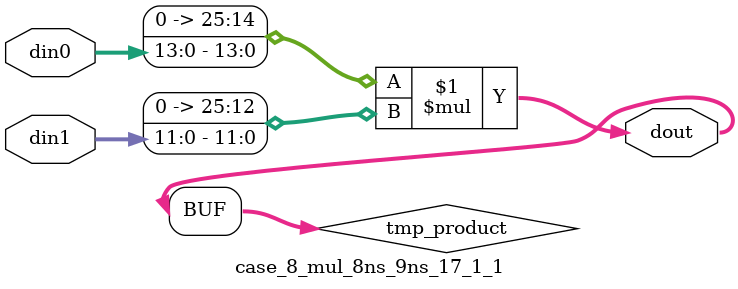
<source format=v>

`timescale 1 ns / 1 ps

 (* use_dsp = "no" *)  module case_8_mul_8ns_9ns_17_1_1(din0, din1, dout);
parameter ID = 1;
parameter NUM_STAGE = 0;
parameter din0_WIDTH = 14;
parameter din1_WIDTH = 12;
parameter dout_WIDTH = 26;

input [din0_WIDTH - 1 : 0] din0; 
input [din1_WIDTH - 1 : 0] din1; 
output [dout_WIDTH - 1 : 0] dout;

wire signed [dout_WIDTH - 1 : 0] tmp_product;
























assign tmp_product = $signed({1'b0, din0}) * $signed({1'b0, din1});











assign dout = tmp_product;





















endmodule

</source>
